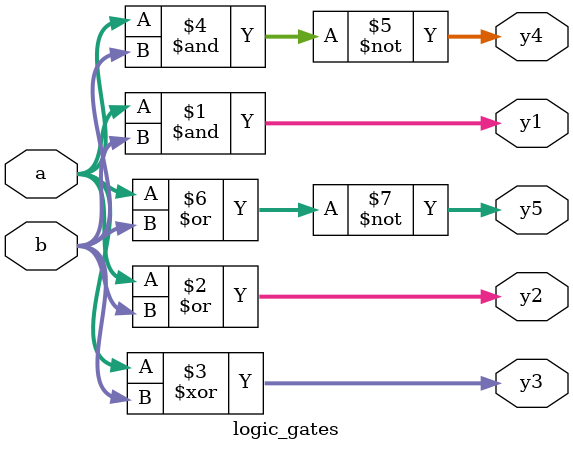
<source format=v>
module logic_gates(input [3:0] a, b,
                     output [3:0] y1, y2,
                     y3, y4, y5);
                     
  /* Five different two-input logic
  gates acting on 4 bit busses */
  assign y1 = a & b; // AND
  assign y2 = a | b; // OR
  assign y3 = a ^ b; // XOR
  assign y4 = ~(a & b); // NAND
  assign y5 = ~(a | b); // NOR

endmodule

</source>
